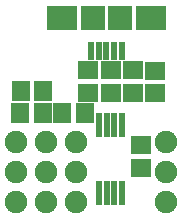
<source format=gbr>
G04 DipTrace 2.3.0.3*
%INTopMask.gbr*%
%MOIN*%
%ADD29R,0.0986X0.0828*%
%ADD31R,0.0808X0.0828*%
%ADD33R,0.0237X0.0631*%
%ADD35C,0.0749*%
%ADD37R,0.0237X0.0789*%
%ADD39R,0.0592X0.0671*%
%ADD41R,0.0671X0.0592*%
%FSLAX44Y44*%
G04*
G70*
G90*
G75*
G01*
%LNTopMask*%
%LPD*%
D41*
X8630Y6625D3*
Y5877D3*
X9103Y9115D3*
Y8367D3*
X6843Y9135D3*
Y8387D3*
D39*
X5360Y8428D3*
X4612D3*
D41*
X8353Y9125D3*
Y8377D3*
X7610Y9135D3*
Y8387D3*
D39*
X6745Y7690D3*
X5997D3*
X4600D3*
X5348D3*
D37*
X7985Y7315D3*
X7729D3*
X7473D3*
X7217D3*
Y5032D3*
X7473D3*
X7729D3*
X7985D3*
D35*
X5440Y4753D3*
X4440D3*
X5440Y5753D3*
X4440D3*
X5440Y6753D3*
X4440D3*
X6440D3*
X9440D3*
X6440Y5753D3*
X9440D3*
X6440Y4753D3*
X9440D3*
D33*
X7470Y9763D3*
X7216D3*
X7978D3*
X6957D3*
X7724D3*
D31*
X7911Y10884D3*
D29*
X8944Y10885D3*
X5990Y10884D3*
D31*
X7025D3*
M02*

</source>
